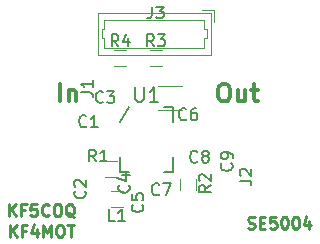
<source format=gbr>
G04 #@! TF.FileFunction,Legend,Top*
%FSLAX46Y46*%
G04 Gerber Fmt 4.6, Leading zero omitted, Abs format (unit mm)*
G04 Created by KiCad (PCBNEW 4.0.7-e2-6376~58~ubuntu16.04.1) date Wed May  9 12:33:34 2018*
%MOMM*%
%LPD*%
G01*
G04 APERTURE LIST*
%ADD10C,0.100000*%
%ADD11C,0.300000*%
%ADD12C,0.250000*%
%ADD13C,0.120000*%
%ADD14C,0.150000*%
G04 APERTURE END LIST*
D10*
D11*
X179750000Y-83178571D02*
X180035714Y-83178571D01*
X180178572Y-83250000D01*
X180321429Y-83392857D01*
X180392857Y-83678571D01*
X180392857Y-84178571D01*
X180321429Y-84464286D01*
X180178572Y-84607143D01*
X180035714Y-84678571D01*
X179750000Y-84678571D01*
X179607143Y-84607143D01*
X179464286Y-84464286D01*
X179392857Y-84178571D01*
X179392857Y-83678571D01*
X179464286Y-83392857D01*
X179607143Y-83250000D01*
X179750000Y-83178571D01*
X181678572Y-83678571D02*
X181678572Y-84678571D01*
X181035715Y-83678571D02*
X181035715Y-84464286D01*
X181107143Y-84607143D01*
X181250001Y-84678571D01*
X181464286Y-84678571D01*
X181607143Y-84607143D01*
X181678572Y-84535714D01*
X182178572Y-83678571D02*
X182750001Y-83678571D01*
X182392858Y-83178571D02*
X182392858Y-84464286D01*
X182464286Y-84607143D01*
X182607144Y-84678571D01*
X182750001Y-84678571D01*
X166021429Y-84678571D02*
X166021429Y-83178571D01*
X166735715Y-83678571D02*
X166735715Y-84678571D01*
X166735715Y-83821429D02*
X166807143Y-83750000D01*
X166950001Y-83678571D01*
X167164286Y-83678571D01*
X167307143Y-83750000D01*
X167378572Y-83892857D01*
X167378572Y-84678571D01*
D12*
X181907143Y-95404762D02*
X182050000Y-95452381D01*
X182288096Y-95452381D01*
X182383334Y-95404762D01*
X182430953Y-95357143D01*
X182478572Y-95261905D01*
X182478572Y-95166667D01*
X182430953Y-95071429D01*
X182383334Y-95023810D01*
X182288096Y-94976190D01*
X182097619Y-94928571D01*
X182002381Y-94880952D01*
X181954762Y-94833333D01*
X181907143Y-94738095D01*
X181907143Y-94642857D01*
X181954762Y-94547619D01*
X182002381Y-94500000D01*
X182097619Y-94452381D01*
X182335715Y-94452381D01*
X182478572Y-94500000D01*
X182907143Y-94928571D02*
X183240477Y-94928571D01*
X183383334Y-95452381D02*
X182907143Y-95452381D01*
X182907143Y-94452381D01*
X183383334Y-94452381D01*
X184288096Y-94452381D02*
X183811905Y-94452381D01*
X183764286Y-94928571D01*
X183811905Y-94880952D01*
X183907143Y-94833333D01*
X184145239Y-94833333D01*
X184240477Y-94880952D01*
X184288096Y-94928571D01*
X184335715Y-95023810D01*
X184335715Y-95261905D01*
X184288096Y-95357143D01*
X184240477Y-95404762D01*
X184145239Y-95452381D01*
X183907143Y-95452381D01*
X183811905Y-95404762D01*
X183764286Y-95357143D01*
X184954762Y-94452381D02*
X185050001Y-94452381D01*
X185145239Y-94500000D01*
X185192858Y-94547619D01*
X185240477Y-94642857D01*
X185288096Y-94833333D01*
X185288096Y-95071429D01*
X185240477Y-95261905D01*
X185192858Y-95357143D01*
X185145239Y-95404762D01*
X185050001Y-95452381D01*
X184954762Y-95452381D01*
X184859524Y-95404762D01*
X184811905Y-95357143D01*
X184764286Y-95261905D01*
X184716667Y-95071429D01*
X184716667Y-94833333D01*
X184764286Y-94642857D01*
X184811905Y-94547619D01*
X184859524Y-94500000D01*
X184954762Y-94452381D01*
X185907143Y-94452381D02*
X186002382Y-94452381D01*
X186097620Y-94500000D01*
X186145239Y-94547619D01*
X186192858Y-94642857D01*
X186240477Y-94833333D01*
X186240477Y-95071429D01*
X186192858Y-95261905D01*
X186145239Y-95357143D01*
X186097620Y-95404762D01*
X186002382Y-95452381D01*
X185907143Y-95452381D01*
X185811905Y-95404762D01*
X185764286Y-95357143D01*
X185716667Y-95261905D01*
X185669048Y-95071429D01*
X185669048Y-94833333D01*
X185716667Y-94642857D01*
X185764286Y-94547619D01*
X185811905Y-94500000D01*
X185907143Y-94452381D01*
X187097620Y-94785714D02*
X187097620Y-95452381D01*
X186859524Y-94404762D02*
X186621429Y-95119048D01*
X187240477Y-95119048D01*
X161685714Y-94377381D02*
X161685714Y-93377381D01*
X162257143Y-94377381D02*
X161828571Y-93805952D01*
X162257143Y-93377381D02*
X161685714Y-93948810D01*
X163019048Y-93853571D02*
X162685714Y-93853571D01*
X162685714Y-94377381D02*
X162685714Y-93377381D01*
X163161905Y-93377381D01*
X164019048Y-93377381D02*
X163542857Y-93377381D01*
X163495238Y-93853571D01*
X163542857Y-93805952D01*
X163638095Y-93758333D01*
X163876191Y-93758333D01*
X163971429Y-93805952D01*
X164019048Y-93853571D01*
X164066667Y-93948810D01*
X164066667Y-94186905D01*
X164019048Y-94282143D01*
X163971429Y-94329762D01*
X163876191Y-94377381D01*
X163638095Y-94377381D01*
X163542857Y-94329762D01*
X163495238Y-94282143D01*
X165066667Y-94282143D02*
X165019048Y-94329762D01*
X164876191Y-94377381D01*
X164780953Y-94377381D01*
X164638095Y-94329762D01*
X164542857Y-94234524D01*
X164495238Y-94139286D01*
X164447619Y-93948810D01*
X164447619Y-93805952D01*
X164495238Y-93615476D01*
X164542857Y-93520238D01*
X164638095Y-93425000D01*
X164780953Y-93377381D01*
X164876191Y-93377381D01*
X165019048Y-93425000D01*
X165066667Y-93472619D01*
X165685714Y-93377381D02*
X165876191Y-93377381D01*
X165971429Y-93425000D01*
X166066667Y-93520238D01*
X166114286Y-93710714D01*
X166114286Y-94044048D01*
X166066667Y-94234524D01*
X165971429Y-94329762D01*
X165876191Y-94377381D01*
X165685714Y-94377381D01*
X165590476Y-94329762D01*
X165495238Y-94234524D01*
X165447619Y-94044048D01*
X165447619Y-93710714D01*
X165495238Y-93520238D01*
X165590476Y-93425000D01*
X165685714Y-93377381D01*
X167209524Y-94472619D02*
X167114286Y-94425000D01*
X167019048Y-94329762D01*
X166876191Y-94186905D01*
X166780952Y-94139286D01*
X166685714Y-94139286D01*
X166733333Y-94377381D02*
X166638095Y-94329762D01*
X166542857Y-94234524D01*
X166495238Y-94044048D01*
X166495238Y-93710714D01*
X166542857Y-93520238D01*
X166638095Y-93425000D01*
X166733333Y-93377381D01*
X166923810Y-93377381D01*
X167019048Y-93425000D01*
X167114286Y-93520238D01*
X167161905Y-93710714D01*
X167161905Y-94044048D01*
X167114286Y-94234524D01*
X167019048Y-94329762D01*
X166923810Y-94377381D01*
X166733333Y-94377381D01*
X161757143Y-96127381D02*
X161757143Y-95127381D01*
X162328572Y-96127381D02*
X161900000Y-95555952D01*
X162328572Y-95127381D02*
X161757143Y-95698810D01*
X163090477Y-95603571D02*
X162757143Y-95603571D01*
X162757143Y-96127381D02*
X162757143Y-95127381D01*
X163233334Y-95127381D01*
X164042858Y-95460714D02*
X164042858Y-96127381D01*
X163804762Y-95079762D02*
X163566667Y-95794048D01*
X164185715Y-95794048D01*
X164566667Y-96127381D02*
X164566667Y-95127381D01*
X164900001Y-95841667D01*
X165233334Y-95127381D01*
X165233334Y-96127381D01*
X165900000Y-95127381D02*
X166090477Y-95127381D01*
X166185715Y-95175000D01*
X166280953Y-95270238D01*
X166328572Y-95460714D01*
X166328572Y-95794048D01*
X166280953Y-95984524D01*
X166185715Y-96079762D01*
X166090477Y-96127381D01*
X165900000Y-96127381D01*
X165804762Y-96079762D01*
X165709524Y-95984524D01*
X165661905Y-95794048D01*
X165661905Y-95460714D01*
X165709524Y-95270238D01*
X165804762Y-95175000D01*
X165900000Y-95127381D01*
X166614286Y-95127381D02*
X167185715Y-95127381D01*
X166900000Y-96127381D02*
X166900000Y-95127381D01*
D13*
X174300000Y-85420000D02*
X176300000Y-85420000D01*
X176300000Y-83380000D02*
X174300000Y-83380000D01*
X170300000Y-92220000D02*
X171300000Y-92220000D01*
X171300000Y-93580000D02*
X170300000Y-93580000D01*
X170800000Y-91080000D02*
X169800000Y-91080000D01*
X169800000Y-89720000D02*
X170800000Y-89720000D01*
X174600000Y-81680000D02*
X173600000Y-81680000D01*
X173600000Y-80320000D02*
X174600000Y-80320000D01*
X171600000Y-81680000D02*
X170600000Y-81680000D01*
X170600000Y-80320000D02*
X171600000Y-80320000D01*
X177480000Y-91200000D02*
X177480000Y-92200000D01*
X176120000Y-92200000D02*
X176120000Y-91200000D01*
X178750000Y-80725000D02*
X178750000Y-77225000D01*
X178750000Y-77225000D02*
X169200000Y-77225000D01*
X169200000Y-77225000D02*
X169200000Y-80725000D01*
X169200000Y-80725000D02*
X178750000Y-80725000D01*
X173975000Y-77775000D02*
X178200000Y-77775000D01*
X178200000Y-77775000D02*
X178200000Y-78500000D01*
X178200000Y-78500000D02*
X178400000Y-78500000D01*
X178400000Y-78500000D02*
X178400000Y-79300000D01*
X178400000Y-79300000D02*
X178200000Y-79300000D01*
X178200000Y-79300000D02*
X178200000Y-80175000D01*
X178200000Y-80175000D02*
X173975000Y-80175000D01*
X173975000Y-77775000D02*
X169750000Y-77775000D01*
X169750000Y-77775000D02*
X169750000Y-78500000D01*
X169750000Y-78500000D02*
X169550000Y-78500000D01*
X169550000Y-78500000D02*
X169550000Y-79300000D01*
X169550000Y-79300000D02*
X169750000Y-79300000D01*
X169750000Y-79300000D02*
X169750000Y-80175000D01*
X169750000Y-80175000D02*
X173975000Y-80175000D01*
X179000000Y-76975000D02*
X179000000Y-77975000D01*
X179000000Y-76975000D02*
X178000000Y-76975000D01*
D14*
X171050000Y-86400000D02*
X171800000Y-85150000D01*
X174800000Y-85150000D02*
X175550000Y-85150000D01*
X175550000Y-85150000D02*
X175550000Y-86400000D01*
X171800000Y-90650000D02*
X171050000Y-90650000D01*
X171050000Y-90650000D02*
X171050000Y-89400000D01*
X174800000Y-90650000D02*
X175550000Y-90650000D01*
X175550000Y-90650000D02*
X175550000Y-89400000D01*
X181202381Y-91383333D02*
X181916667Y-91383333D01*
X182059524Y-91430953D01*
X182154762Y-91526191D01*
X182202381Y-91669048D01*
X182202381Y-91764286D01*
X181297619Y-90954762D02*
X181250000Y-90907143D01*
X181202381Y-90811905D01*
X181202381Y-90573809D01*
X181250000Y-90478571D01*
X181297619Y-90430952D01*
X181392857Y-90383333D01*
X181488095Y-90383333D01*
X181630952Y-90430952D01*
X182202381Y-91002381D01*
X182202381Y-90383333D01*
X167752381Y-83883333D02*
X168466667Y-83883333D01*
X168609524Y-83930953D01*
X168704762Y-84026191D01*
X168752381Y-84169048D01*
X168752381Y-84264286D01*
X168752381Y-82883333D02*
X168752381Y-83454762D01*
X168752381Y-83169048D02*
X167752381Y-83169048D01*
X167895238Y-83264286D01*
X167990476Y-83359524D01*
X168038095Y-83454762D01*
X172957143Y-93416666D02*
X173004762Y-93464285D01*
X173052381Y-93607142D01*
X173052381Y-93702380D01*
X173004762Y-93845238D01*
X172909524Y-93940476D01*
X172814286Y-93988095D01*
X172623810Y-94035714D01*
X172480952Y-94035714D01*
X172290476Y-93988095D01*
X172195238Y-93940476D01*
X172100000Y-93845238D01*
X172052381Y-93702380D01*
X172052381Y-93607142D01*
X172100000Y-93464285D01*
X172147619Y-93416666D01*
X172052381Y-92511904D02*
X172052381Y-92988095D01*
X172528571Y-93035714D01*
X172480952Y-92988095D01*
X172433333Y-92892857D01*
X172433333Y-92654761D01*
X172480952Y-92559523D01*
X172528571Y-92511904D01*
X172623810Y-92464285D01*
X172861905Y-92464285D01*
X172957143Y-92511904D01*
X173004762Y-92559523D01*
X173052381Y-92654761D01*
X173052381Y-92892857D01*
X173004762Y-92988095D01*
X172957143Y-93035714D01*
X168233334Y-86757143D02*
X168185715Y-86804762D01*
X168042858Y-86852381D01*
X167947620Y-86852381D01*
X167804762Y-86804762D01*
X167709524Y-86709524D01*
X167661905Y-86614286D01*
X167614286Y-86423810D01*
X167614286Y-86280952D01*
X167661905Y-86090476D01*
X167709524Y-85995238D01*
X167804762Y-85900000D01*
X167947620Y-85852381D01*
X168042858Y-85852381D01*
X168185715Y-85900000D01*
X168233334Y-85947619D01*
X169185715Y-86852381D02*
X168614286Y-86852381D01*
X168900000Y-86852381D02*
X168900000Y-85852381D01*
X168804762Y-85995238D01*
X168709524Y-86090476D01*
X168614286Y-86138095D01*
X168087143Y-92266666D02*
X168134762Y-92314285D01*
X168182381Y-92457142D01*
X168182381Y-92552380D01*
X168134762Y-92695238D01*
X168039524Y-92790476D01*
X167944286Y-92838095D01*
X167753810Y-92885714D01*
X167610952Y-92885714D01*
X167420476Y-92838095D01*
X167325238Y-92790476D01*
X167230000Y-92695238D01*
X167182381Y-92552380D01*
X167182381Y-92457142D01*
X167230000Y-92314285D01*
X167277619Y-92266666D01*
X167277619Y-91885714D02*
X167230000Y-91838095D01*
X167182381Y-91742857D01*
X167182381Y-91504761D01*
X167230000Y-91409523D01*
X167277619Y-91361904D01*
X167372857Y-91314285D01*
X167468095Y-91314285D01*
X167610952Y-91361904D01*
X168182381Y-91933333D01*
X168182381Y-91314285D01*
X169633334Y-84707143D02*
X169585715Y-84754762D01*
X169442858Y-84802381D01*
X169347620Y-84802381D01*
X169204762Y-84754762D01*
X169109524Y-84659524D01*
X169061905Y-84564286D01*
X169014286Y-84373810D01*
X169014286Y-84230952D01*
X169061905Y-84040476D01*
X169109524Y-83945238D01*
X169204762Y-83850000D01*
X169347620Y-83802381D01*
X169442858Y-83802381D01*
X169585715Y-83850000D01*
X169633334Y-83897619D01*
X169966667Y-83802381D02*
X170585715Y-83802381D01*
X170252381Y-84183333D01*
X170395239Y-84183333D01*
X170490477Y-84230952D01*
X170538096Y-84278571D01*
X170585715Y-84373810D01*
X170585715Y-84611905D01*
X170538096Y-84707143D01*
X170490477Y-84754762D01*
X170395239Y-84802381D01*
X170109524Y-84802381D01*
X170014286Y-84754762D01*
X169966667Y-84707143D01*
X171807143Y-91766666D02*
X171854762Y-91814285D01*
X171902381Y-91957142D01*
X171902381Y-92052380D01*
X171854762Y-92195238D01*
X171759524Y-92290476D01*
X171664286Y-92338095D01*
X171473810Y-92385714D01*
X171330952Y-92385714D01*
X171140476Y-92338095D01*
X171045238Y-92290476D01*
X170950000Y-92195238D01*
X170902381Y-92052380D01*
X170902381Y-91957142D01*
X170950000Y-91814285D01*
X170997619Y-91766666D01*
X171235714Y-90909523D02*
X171902381Y-90909523D01*
X170854762Y-91147619D02*
X171569048Y-91385714D01*
X171569048Y-90766666D01*
X176683334Y-86157143D02*
X176635715Y-86204762D01*
X176492858Y-86252381D01*
X176397620Y-86252381D01*
X176254762Y-86204762D01*
X176159524Y-86109524D01*
X176111905Y-86014286D01*
X176064286Y-85823810D01*
X176064286Y-85680952D01*
X176111905Y-85490476D01*
X176159524Y-85395238D01*
X176254762Y-85300000D01*
X176397620Y-85252381D01*
X176492858Y-85252381D01*
X176635715Y-85300000D01*
X176683334Y-85347619D01*
X177540477Y-85252381D02*
X177350000Y-85252381D01*
X177254762Y-85300000D01*
X177207143Y-85347619D01*
X177111905Y-85490476D01*
X177064286Y-85680952D01*
X177064286Y-86061905D01*
X177111905Y-86157143D01*
X177159524Y-86204762D01*
X177254762Y-86252381D01*
X177445239Y-86252381D01*
X177540477Y-86204762D01*
X177588096Y-86157143D01*
X177635715Y-86061905D01*
X177635715Y-85823810D01*
X177588096Y-85728571D01*
X177540477Y-85680952D01*
X177445239Y-85633333D01*
X177254762Y-85633333D01*
X177159524Y-85680952D01*
X177111905Y-85728571D01*
X177064286Y-85823810D01*
X174383334Y-92527143D02*
X174335715Y-92574762D01*
X174192858Y-92622381D01*
X174097620Y-92622381D01*
X173954762Y-92574762D01*
X173859524Y-92479524D01*
X173811905Y-92384286D01*
X173764286Y-92193810D01*
X173764286Y-92050952D01*
X173811905Y-91860476D01*
X173859524Y-91765238D01*
X173954762Y-91670000D01*
X174097620Y-91622381D01*
X174192858Y-91622381D01*
X174335715Y-91670000D01*
X174383334Y-91717619D01*
X174716667Y-91622381D02*
X175383334Y-91622381D01*
X174954762Y-92622381D01*
X177633334Y-89757143D02*
X177585715Y-89804762D01*
X177442858Y-89852381D01*
X177347620Y-89852381D01*
X177204762Y-89804762D01*
X177109524Y-89709524D01*
X177061905Y-89614286D01*
X177014286Y-89423810D01*
X177014286Y-89280952D01*
X177061905Y-89090476D01*
X177109524Y-88995238D01*
X177204762Y-88900000D01*
X177347620Y-88852381D01*
X177442858Y-88852381D01*
X177585715Y-88900000D01*
X177633334Y-88947619D01*
X178204762Y-89280952D02*
X178109524Y-89233333D01*
X178061905Y-89185714D01*
X178014286Y-89090476D01*
X178014286Y-89042857D01*
X178061905Y-88947619D01*
X178109524Y-88900000D01*
X178204762Y-88852381D01*
X178395239Y-88852381D01*
X178490477Y-88900000D01*
X178538096Y-88947619D01*
X178585715Y-89042857D01*
X178585715Y-89090476D01*
X178538096Y-89185714D01*
X178490477Y-89233333D01*
X178395239Y-89280952D01*
X178204762Y-89280952D01*
X178109524Y-89328571D01*
X178061905Y-89376190D01*
X178014286Y-89471429D01*
X178014286Y-89661905D01*
X178061905Y-89757143D01*
X178109524Y-89804762D01*
X178204762Y-89852381D01*
X178395239Y-89852381D01*
X178490477Y-89804762D01*
X178538096Y-89757143D01*
X178585715Y-89661905D01*
X178585715Y-89471429D01*
X178538096Y-89376190D01*
X178490477Y-89328571D01*
X178395239Y-89280952D01*
X180507143Y-89916666D02*
X180554762Y-89964285D01*
X180602381Y-90107142D01*
X180602381Y-90202380D01*
X180554762Y-90345238D01*
X180459524Y-90440476D01*
X180364286Y-90488095D01*
X180173810Y-90535714D01*
X180030952Y-90535714D01*
X179840476Y-90488095D01*
X179745238Y-90440476D01*
X179650000Y-90345238D01*
X179602381Y-90202380D01*
X179602381Y-90107142D01*
X179650000Y-89964285D01*
X179697619Y-89916666D01*
X180602381Y-89440476D02*
X180602381Y-89250000D01*
X180554762Y-89154761D01*
X180507143Y-89107142D01*
X180364286Y-89011904D01*
X180173810Y-88964285D01*
X179792857Y-88964285D01*
X179697619Y-89011904D01*
X179650000Y-89059523D01*
X179602381Y-89154761D01*
X179602381Y-89345238D01*
X179650000Y-89440476D01*
X179697619Y-89488095D01*
X179792857Y-89535714D01*
X180030952Y-89535714D01*
X180126190Y-89488095D01*
X180173810Y-89440476D01*
X180221429Y-89345238D01*
X180221429Y-89154761D01*
X180173810Y-89059523D01*
X180126190Y-89011904D01*
X180030952Y-88964285D01*
X170633334Y-94802381D02*
X170157143Y-94802381D01*
X170157143Y-93802381D01*
X171490477Y-94802381D02*
X170919048Y-94802381D01*
X171204762Y-94802381D02*
X171204762Y-93802381D01*
X171109524Y-93945238D01*
X171014286Y-94040476D01*
X170919048Y-94088095D01*
X169033334Y-89752381D02*
X168700000Y-89276190D01*
X168461905Y-89752381D02*
X168461905Y-88752381D01*
X168842858Y-88752381D01*
X168938096Y-88800000D01*
X168985715Y-88847619D01*
X169033334Y-88942857D01*
X169033334Y-89085714D01*
X168985715Y-89180952D01*
X168938096Y-89228571D01*
X168842858Y-89276190D01*
X168461905Y-89276190D01*
X169985715Y-89752381D02*
X169414286Y-89752381D01*
X169700000Y-89752381D02*
X169700000Y-88752381D01*
X169604762Y-88895238D01*
X169509524Y-88990476D01*
X169414286Y-89038095D01*
X173933334Y-80002381D02*
X173600000Y-79526190D01*
X173361905Y-80002381D02*
X173361905Y-79002381D01*
X173742858Y-79002381D01*
X173838096Y-79050000D01*
X173885715Y-79097619D01*
X173933334Y-79192857D01*
X173933334Y-79335714D01*
X173885715Y-79430952D01*
X173838096Y-79478571D01*
X173742858Y-79526190D01*
X173361905Y-79526190D01*
X174266667Y-79002381D02*
X174885715Y-79002381D01*
X174552381Y-79383333D01*
X174695239Y-79383333D01*
X174790477Y-79430952D01*
X174838096Y-79478571D01*
X174885715Y-79573810D01*
X174885715Y-79811905D01*
X174838096Y-79907143D01*
X174790477Y-79954762D01*
X174695239Y-80002381D01*
X174409524Y-80002381D01*
X174314286Y-79954762D01*
X174266667Y-79907143D01*
X170933334Y-80002381D02*
X170600000Y-79526190D01*
X170361905Y-80002381D02*
X170361905Y-79002381D01*
X170742858Y-79002381D01*
X170838096Y-79050000D01*
X170885715Y-79097619D01*
X170933334Y-79192857D01*
X170933334Y-79335714D01*
X170885715Y-79430952D01*
X170838096Y-79478571D01*
X170742858Y-79526190D01*
X170361905Y-79526190D01*
X171790477Y-79335714D02*
X171790477Y-80002381D01*
X171552381Y-78954762D02*
X171314286Y-79669048D01*
X171933334Y-79669048D01*
X178752381Y-91766666D02*
X178276190Y-92100000D01*
X178752381Y-92338095D02*
X177752381Y-92338095D01*
X177752381Y-91957142D01*
X177800000Y-91861904D01*
X177847619Y-91814285D01*
X177942857Y-91766666D01*
X178085714Y-91766666D01*
X178180952Y-91814285D01*
X178228571Y-91861904D01*
X178276190Y-91957142D01*
X178276190Y-92338095D01*
X177847619Y-91385714D02*
X177800000Y-91338095D01*
X177752381Y-91242857D01*
X177752381Y-91004761D01*
X177800000Y-90909523D01*
X177847619Y-90861904D01*
X177942857Y-90814285D01*
X178038095Y-90814285D01*
X178180952Y-90861904D01*
X178752381Y-91433333D01*
X178752381Y-90814285D01*
X173766667Y-76652381D02*
X173766667Y-77366667D01*
X173719047Y-77509524D01*
X173623809Y-77604762D01*
X173480952Y-77652381D01*
X173385714Y-77652381D01*
X174147619Y-76652381D02*
X174766667Y-76652381D01*
X174433333Y-77033333D01*
X174576191Y-77033333D01*
X174671429Y-77080952D01*
X174719048Y-77128571D01*
X174766667Y-77223810D01*
X174766667Y-77461905D01*
X174719048Y-77557143D01*
X174671429Y-77604762D01*
X174576191Y-77652381D01*
X174290476Y-77652381D01*
X174195238Y-77604762D01*
X174147619Y-77557143D01*
X172385714Y-83492857D02*
X172385714Y-84464286D01*
X172442857Y-84578571D01*
X172500000Y-84635714D01*
X172614286Y-84692857D01*
X172842857Y-84692857D01*
X172957143Y-84635714D01*
X173014286Y-84578571D01*
X173071429Y-84464286D01*
X173071429Y-83492857D01*
X174271429Y-84692857D02*
X173585714Y-84692857D01*
X173928572Y-84692857D02*
X173928572Y-83492857D01*
X173814286Y-83664286D01*
X173700000Y-83778571D01*
X173585714Y-83835714D01*
M02*

</source>
